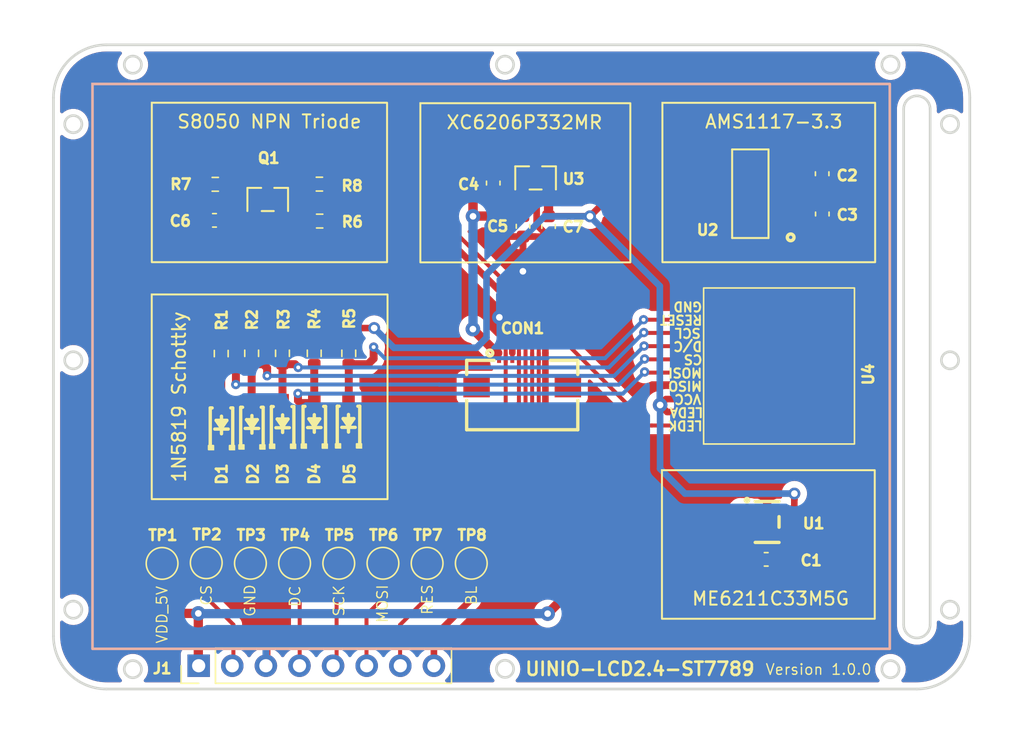
<source format=kicad_pcb>
(kicad_pcb (version 20211014) (generator pcbnew)
  (layers (0 "F.Cu" signal) (31 "B.Cu" signal) (34 "B.Paste" user) (35 "F.Paste" user) (36 "B.SilkS" user "B.Silkscreen") (37 "F.SilkS" user "F.Silkscreen") (38 "B.Mask" user) (39 "F.Mask" user) (44 "Edge.Cuts" user))
  (net 0 "")
  (net 1 "GND")
  (net 2 "/VDD_3.3V")
  (net 3 "/VDD_5V")
  (net 4 "Net-(CON1-Pad2)")
  (net 5 "Net-(CON1-Pad4)")
  (net 6 "Net-(CON1-Pad5)")
  (net 7 "Net-(CON1-Pad6)")
  (net 8 "Net-(CON1-Pad7)")
  (net 9 "/BL")
  (net 10 "/DC")
  (net 11 "/SCK")
  (net 12 "/MOSI")
  (net 13 "/CS")
  (net 14 "Net-(Q1-Pad2)")
  (net 15 "Net-(Q1-Pad3)")
  (net 16 "Net-(R8-Pad2)")
  (net 18 "/RES")
  (net 19 "/MISO")
  (footprint "TestPoint:TestPoint_Pad_D2.0mm" (layer "F.Cu") (at 148.944284 120.56)
    (fp_text reference "TP5" (at 0.06 -2.13) (layer "F.SilkS") (effects (font (size 0.8 0.8) (thickness 0.8))))
    (fp_text value "SCK")
    (pad "1" smd circle (at 0 0) (size 2 2) (layers "F.Cu" "F.Mask") (net 6 "Net-(CON1-Pad5)"))
  )
  (footprint "Uinio:SOT-23-3_L2.9-W1.6-P1.90-LS2.9-BL" (layer "F.Cu") (at 163.82 91.415)
    (fp_text reference "U3" (at 1.94 0.0805 180) (layer "F.SilkS") (effects (font (size 0.8 0.8) (thickness 0.8)) (justify left)))
    (fp_text value "XC6206P332MR")
    (pad "1" smd rect (at -0.95 1.135 270) (size 1.07 0.532) (layers "F.Cu" "F.Paste" "F.Mask") (net 1 "GND"))
    (pad "2" smd rect (at 0.95 1.135 270) (size 1.07 0.532) (layers "F.Cu" "F.Paste" "F.Mask") (net 2 "/VDD_3.3V"))
    (pad "3" smd rect (at 0 -1.135 270) (size 1.07 0.532) (layers "F.Cu" "F.Paste" "F.Mask") (net 3 "/VDD_5V"))
  )
  (footprint "Capacitor_SMD:C_0603_1608Metric" (layer "F.Cu") (at 181.25 120.264)
    (fp_text reference "C1" (at 3.4 0.086) (layer "F.SilkS") (effects (font (size 0.8 0.8) (thickness 0.8))))
    (fp_text value "1uF")
    (pad "1" smd roundrect (at -0.775 0) (size 0.9 0.95) (layers "F.Cu" "F.Paste" "F.Mask") (net 1 "GND"))
    (pad "2" smd roundrect (at 0.775 0) (size 0.9 0.95) (layers "F.Cu" "F.Paste" "F.Mask") (net 2 "/VDD_3.3V"))
  )
  (footprint "Resistor_SMD:R_0603_1608Metric" (layer "F.Cu") (at 142.36 104.68 90)
    (fp_text reference "R2" (at 2.54 0.03 90) (layer "F.SilkS") (effects (font (size 0.8 0.8) (thickness 0.8))))
    (fp_text value "4.7K")
    (pad "1" smd roundrect (at -0.825 0 90) (size 0.8 0.95) (layers "F.Cu" "F.Paste" "F.Mask") (net 10 "/DC"))
    (pad "2" smd roundrect (at 0.825 0 90) (size 0.8 0.95) (layers "F.Cu" "F.Paste" "F.Mask") (net 2 "/VDD_3.3V"))
  )
  (footprint "Uinio:SOT-23-5_L3.0-W1.7-P0.95-LS2.8-BR" (layer "F.Cu") (at 181.32 117.434 180)
    (fp_text reference "U1" (at -4.45 -0.116) (layer "F.SilkS") (effects (font (size 0.8 0.8) (thickness 0.8)) (justify right)))
    (fp_text value "ME6211C33M5G-N")
    (pad "1" smd rect locked (at 1.3 0.95 180) (size 1 0.6) (layers "F.Cu" "F.Paste" "F.Mask") (net 3 "/VDD_5V"))
    (pad "2" smd rect locked (at 1.3 0 180) (size 1 0.6) (layers "F.Cu" "F.Paste" "F.Mask") (net 1 "GND"))
    (pad "3" smd rect locked (at 1.3 -0.95 180) (size 1 0.6) (layers "F.Cu" "F.Paste" "F.Mask") (net 3 "/VDD_5V"))
    (pad "4" smd rect locked (at -1.3 -0.95 180) (size 1 0.6) (layers "F.Cu" "F.Paste" "F.Mask"))
    (pad "5" smd rect locked (at -1.3 0.95 180) (size 1 0.6) (layers "F.Cu" "F.Paste" "F.Mask") (net 2 "/VDD_3.3V"))
  )
  (footprint "Resistor_SMD:R_0603_1608Metric" (layer "F.Cu") (at 144.69 104.68 90)
    (fp_text reference "R3" (at 2.56 0.09 90) (layer "F.SilkS") (effects (font (size 0.8 0.8) (thickness 0.8))))
    (fp_text value "4.7K")
    (pad "1" smd roundrect (at -0.825 0 90) (size 0.8 0.95) (layers "F.Cu" "F.Paste" "F.Mask") (net 11 "/SCK"))
    (pad "2" smd roundrect (at 0.825 0 90) (size 0.8 0.95) (layers "F.Cu" "F.Paste" "F.Mask") (net 2 "/VDD_3.3V"))
  )
  (footprint "Capacitor_SMD:C_0603_1608Metric" (layer "F.Cu") (at 139.55 94.6245)
    (fp_text reference "C6" (at -2.58 0.05) (layer "F.SilkS") (effects (font (size 0.8 0.8) (thickness 0.8))))
    (fp_text value "0.1uF/10V")
    (pad "1" smd roundrect (at -0.775 0) (size 0.9 0.95) (layers "F.Cu" "F.Paste" "F.Mask") (net 2 "/VDD_3.3V"))
    (pad "2" smd roundrect (at 0.775 0) (size 0.9 0.95) (layers "F.Cu" "F.Paste" "F.Mask") (net 1 "GND"))
  )
  (footprint "TestPoint:TestPoint_Pad_D2.0mm" (layer "F.Cu") (at 155.621426 120.56)
    (fp_text reference "TP7" (at 0.06 -2.13) (layer "F.SilkS") (effects (font (size 0.8 0.8) (thickness 0.8))))
    (fp_text value "RES")
    (pad "1" smd circle (at 0 0) (size 2 2) (layers "F.Cu" "F.Mask") (net 8 "Net-(CON1-Pad7)"))
  )
  (footprint "Uinio:SOD-123_L2.7-W1.6-LS3.7-RD-1" (layer "F.Cu") (at 142.38 110.107 90)
    (fp_text reference "D2" (at -4.62 0.08 90) (layer "F.SilkS") (effects (font (size 0.8 0.8) (thickness 0.8)) (justify left)))
    (fp_text value "1N5819")
    (pad "1" smd rect locked (at -1.7 0 90) (size 1.2 0.95) (layers "F.Cu" "F.Paste" "F.Mask") (net 5 "Net-(CON1-Pad4)"))
    (pad "2" smd rect locked (at 1.7 0 90) (size 1.2 0.95) (layers "F.Cu" "F.Paste" "F.Mask") (net 10 "/DC"))
  )
  (footprint "TestPoint:TestPoint_Pad_D2.0mm" (layer "F.Cu") (at 145.605713 120.56)
    (fp_text reference "TP4" (at 0.06 -2.13) (layer "F.SilkS") (effects (font (size 0.8 0.8) (thickness 0.8))))
    (fp_text value "DC")
    (pad "1" smd circle (at 0 0) (size 2 2) (layers "F.Cu" "F.Mask") (net 5 "Net-(CON1-Pad4)"))
  )
  (footprint "Resistor_SMD:R_0603_1608Metric" (layer "F.Cu") (at 139.61 91.9)
    (fp_text reference "R7" (at -2.6 0) (layer "F.SilkS") (effects (font (size 0.8 0.8) (thickness 0.8))))
    (fp_text value "10K")
    (pad "1" smd roundrect (at -0.825 0) (size 0.8 0.95) (layers "F.Cu" "F.Paste" "F.Mask") (net 2 "/VDD_3.3V"))
    (pad "2" smd roundrect (at 0.825 0) (size 0.8 0.95) (layers "F.Cu" "F.Paste" "F.Mask") (net 14 "Net-(Q1-Pad2)"))
  )
  (footprint "Uinio:SOD-123_L2.7-W1.6-LS3.7-RD-1" (layer "F.Cu") (at 149.68 110.027 90)
    (fp_text reference "D5" (at -4.7 0.08 90) (layer "F.SilkS") (effects (font (size 0.8 0.8) (thickness 0.8)) (justify left)))
    (fp_text value "1N5819")
    (pad "1" smd rect locked (at -1.7 0 90) (size 1.2 0.95) (layers "F.Cu" "F.Paste" "F.Mask") (net 8 "Net-(CON1-Pad7)"))
    (pad "2" smd rect locked (at 1.7 0 90) (size 1.2 0.95) (layers "F.Cu" "F.Paste" "F.Mask") (net 18 "/RES"))
  )
  (footprint "Resistor_SMD:R_0603_1608Metric" (layer "F.Cu") (at 147.09 104.68 90)
    (fp_text reference "R4" (at 2.59 0.02 90) (layer "F.SilkS") (effects (font (size 0.8 0.8) (thickness 0.8))))
    (fp_text value "4.7K")
    (pad "1" smd roundrect (at -0.825 0 90) (size 0.8 0.95) (layers "F.Cu" "F.Paste" "F.Mask") (net 12 "/MOSI"))
    (pad "2" smd roundrect (at 0.825 0 90) (size 0.8 0.95) (layers "F.Cu" "F.Paste" "F.Mask") (net 2 "/VDD_3.3V"))
  )
  (footprint "Uinio:LCD-ST7789-10Pin" (layer "F.Cu") (at 182.52 105.64 90)
    (fp_text reference "U4" (at -0.63 6.45 90 unlocked) (layer "F.SilkS") (effects (font (size 0.8 0.8) (thickness 0.8))))
    (fp_text value "CON_10Pin")
    (fp_text user "MOSI" (at -0.5 -7.4 180 unlocked) (layer "F.SilkS") (effects (font (size 0.7 0.7))))
    (fp_text user "RESET" (at 3.5 -7.7 180 unlocked) (layer "F.SilkS") (effects (font (size 0.7 0.7))))
    (fp_text user "SCL" (at 2.5 -7.2 180 unlocked) (layer "F.SilkS") (effects (font (size 0.7 0.7))))
    (fp_text user "VCC" (at -2.5 -7.2 180 unlocked) (layer "F.SilkS") (effects (font (size 0.7 0.7))))
    (fp_text user "CS" (at 0.5 -6.8 180 unlocked) (layer "F.SilkS") (effects (font (size 0.7 0.7))))
    (fp_text user "D/C" (at 1.5 -7.2 180 unlocked) (layer "F.SilkS") (effects (font (size 0.7 0.7))))
    (fp_text user "LEDA" (at -3.5 -7.3 180 unlocked) (layer "F.SilkS") (effects (font (size 0.7 0.7))))
    (fp_text user "LEDK" (at -4.5 -7.4 180 unlocked) (layer "F.SilkS") (effects (font (size 0.7 0.7))))
    (fp_text user "GND" (at 4.5 -7.2 180 unlocked) (layer "F.SilkS") (effects (font (size 0.7 0.7))))
    (fp_text user "MISO" (at -1.5 -7.4 180 unlocked) (layer "F.SilkS") (effects (font (size 0.7 0.7))))
    (pad "1" smd roundrect (at 4.5 -0.3 270) (size 0.42 10) (layers "F.Cu" "F.Paste" "F.Mask") (net 1 "GND"))
    (pad "2" smd roundrect (at 3.5 -0.3 270) (size 0.42 10) (layers "F.Cu" "F.Paste" "F.Mask") (net 18 "/RES"))
    (pad "3" smd roundrect (at 2.5 -0.3 270) (size 0.42 10) (layers "F.Cu" "F.Paste" "F.Mask") (net 11 "/SCK"))
    (pad "4" smd roundrect (at 1.5 -0.3 270) (size 0.42 10) (layers "F.Cu" "F.Paste" "F.Mask") (net 10 "/DC"))
    (pad "5" smd roundrect (at 0.5 -0.3 270) (size 0.42 10) (layers "F.Cu" "F.Paste" "F.Mask") (net 13 "/CS"))
    (pad "6" smd roundrect (at -0.5 -0.3 270) (size 0.42 10) (layers "F.Cu" "F.Paste" "F.Mask") (net 12 "/MOSI"))
    (pad "7" smd roundrect (at -1.5 -0.3 270) (size 0.42 10) (layers "F.Cu" "F.Paste" "F.Mask") (net 19 "/MISO"))
    (pad "8" smd roundrect (at -2.5 -0.3 270) (size 0.42 10) (layers "F.Cu" "F.Paste" "F.Mask") (net 2 "/VDD_3.3V"))
    (pad "9" smd roundrect (at -3.5 -0.3 270) (size 0.42 10) (layers "F.Cu" "F.Paste" "F.Mask") (net 2 "/VDD_3.3V"))
    (pad "10" smd roundrect (at -4.5 -0.3 270) (size 0.42 10) (layers "F.Cu" "F.Paste" "F.Mask") (net 16 "Net-(R8-Pad2)"))
  )
  (footprint "TestPoint:TestPoint_Pad_D2.0mm" (layer "F.Cu") (at 158.96 120.56)
    (fp_text reference "TP8" (at 0.06 -2.13) (layer "F.SilkS") (effects (font (size 0.8 0.8) (thickness 0.8))))
    (fp_text value "BL")
    (pad "1" smd circle (at 0 0) (size 2 2) (layers "F.Cu" "F.Mask") (net 9 "/BL"))
  )
  (footprint "Connector_PinHeader_2.54mm:PinHeader_1x08_P2.54mm_Vertical" (layer "F.Cu") (at 138.355 128.31 90)
    (fp_text reference "J1" (at -0.21 -2.755 180) (layer "F.SilkS") (effects (font (size 0.8 0.8) (thickness 0.8))))
    (fp_text value "Conn_01x08_Male")
    (pad "1" thru_hole rect (at 0 0 90) (size 1.7 1.7) (drill 1) (layers *.Cu *.Mask) (net 3 "/VDD_5V"))
    (pad "2" thru_hole oval (at 0 2.54 90) (size 1.7 1.7) (drill 1) (layers *.Cu *.Mask) (net 4 "Net-(CON1-Pad2)"))
    (pad "3" thru_hole oval (at 0 5.08 90) (size 1.7 1.7) (drill 1) (layers *.Cu *.Mask) (net 1 "GND"))
    (pad "4" thru_hole oval (at 0 7.62 90) (size 1.7 1.7) (drill 1) (layers *.Cu *.Mask) (net 5 "Net-(CON1-Pad4)"))
    (pad "5" thru_hole oval (at 0 10.16 90) (size 1.7 1.7) (drill 1) (layers *.Cu *.Mask) (net 6 "Net-(CON1-Pad5)"))
    (pad "6" thru_hole oval (at 0 12.7 90) (size 1.7 1.7) (drill 1) (layers *.Cu *.Mask) (net 7 "Net-(CON1-Pad6)"))
    (pad "7" thru_hole oval (at 0 15.24 90) (size 1.7 1.7) (drill 1) (layers *.Cu *.Mask) (net 8 "Net-(CON1-Pad7)"))
    (pad "8" thru_hole oval (at 0 17.78 90) (size 1.7 1.7) (drill 1) (layers *.Cu *.Mask) (net 9 "/BL"))
  )
  (footprint "Uinio:SOT-23-3_L2.9-W1.6-P1.90-LS2.9-BL" (layer "F.Cu") (at 143.575 93.0455)
    (fp_text reference "Q1" (at -0.855 -3.13) (layer "F.SilkS") (effects (font (size 0.8 0.8) (thickness 0.8)) (justify left)))
    (fp_text value "S8050")
    (pad "1" smd rect (at -0.95 1.135 270) (size 1.07 0.532) (layers "F.Cu" "F.Paste" "F.Mask") (net 1 "GND"))
    (pad "2" smd rect (at 0.95 1.135 270) (size 1.07 0.532) (layers "F.Cu" "F.Paste" "F.Mask") (net 14 "Net-(Q1-Pad2)"))
    (pad "3" smd rect (at 0 -1.135 270) (size 1.07 0.532) (layers "F.Cu" "F.Paste" "F.Mask") (net 15 "Net-(Q1-Pad3)"))
  )
  (footprint "Capacitor_SMD:C_0603_1608Metric" (layer "F.Cu") (at 160.62 91.8055 90)
    (fp_text reference "C4" (at -0.1 -1.86 180) (layer "F.SilkS") (effects (font (size 0.8 0.8) (thickness 0.8))))
    (fp_text value "10uF/10V")
    (pad "1" smd roundrect (at -0.775 0 90) (size 0.9 0.95) (layers "F.Cu" "F.Paste" "F.Mask") (net 1 "GND"))
    (pad "2" smd roundrect (at 0.775 0 90) (size 0.9 0.95) (layers "F.Cu" "F.Paste" "F.Mask") (net 3 "/VDD_5V"))
  )
  (footprint "Uinio:SOD-123_L2.7-W1.6-LS3.7-RD-1" (layer "F.Cu") (at 140.08 110.157 90)
    (fp_text reference "D1" (at -4.57 0.02 90) (layer "F.SilkS") (effects (font (size 0.8 0.8) (thickness 0.8)) (justify left)))
    (fp_text value "1N5819")
    (pad "1" smd rect locked (at -1.7 0 90) (size 1.2 0.95) (layers "F.Cu" "F.Paste" "F.Mask") (net 4 "Net-(CON1-Pad2)"))
    (pad "2" smd rect locked (at 1.7 0 90) (size 1.2 0.95) (layers "F.Cu" "F.Paste" "F.Mask") (net 13 "/CS"))
  )
  (footprint "Capacitor_SMD:C_0603_1608Metric" (layer "F.Cu") (at 164.8 95.0905 90)
    (fp_text reference "C7" (at -0.025 1.86 180) (layer "F.SilkS") (effects (font (size 0.8 0.8) (thickness 0.8))))
    (fp_text value "10uF/10V")
    (pad "1" smd roundrect (at -0.775 0 90) (size 0.9 0.95) (layers "F.Cu" "F.Paste" "F.Mask") (net 1 "GND"))
    (pad "2" smd roundrect (at 0.775 0 90) (size 0.9 0.95) (layers "F.Cu" "F.Paste" "F.Mask") (net 2 "/VDD_3.3V"))
  )
  (footprint "TestPoint:TestPoint_Pad_D2.0mm" (layer "F.Cu") (at 138.928571 120.52)
    (fp_text reference "TP2" (at 0.06 -2.13) (layer "F.SilkS") (effects (font (size 0.8 0.8) (thickness 0.8))))
    (fp_text value "GND")
    (pad "1" smd circle (at 0 0) (size 2 2) (layers "F.Cu" "F.Mask") (net 4 "Net-(CON1-Pad2)"))
  )
  (footprint "TestPoint:TestPoint_Pad_D2.0mm" (layer "F.Cu") (at 142.267142 120.56)
    (fp_text reference "TP3" (at 0.06 -2.13) (layer "F.SilkS") (effects (font (size 0.8 0.8) (thickness 0.8))))
    (fp_text value "CS")
    (pad "1" smd circle (at 0 0) (size 2 2) (layers "F.Cu" "F.Mask") (net 1 "GND"))
  )
  (footprint "Capacitor_SMD:C_0603_1608Metric" (layer "F.Cu") (at 185.48 91.1 90)
    (fp_text reference "C2" (at -0.135 1.89) (layer "F.SilkS") (effects (font (size 0.8 0.8) (thickness 0.8))))
    (fp_text value "10uF")
    (pad "1" smd roundrect (at -0.775 0 90) (size 0.9 0.95) (layers "F.Cu" "F.Paste" "F.Mask") (net 3 "/VDD_5V"))
    (pad "2" smd roundrect (at 0.775 0 90) (size 0.9 0.95) (layers "F.Cu" "F.Paste" "F.Mask") (net 1 "GND"))
  )
  (footprint "Resistor_SMD:R_0603_1608Metric" (layer "F.Cu") (at 147.48 91.8855)
    (fp_text reference "R8" (at 2.47 0.13) (layer "F.SilkS") (effects (font (size 0.8 0.8) (thickness 0.8))))
    (fp_text value "10R")
    (pad "1" smd roundrect (at -0.825 0) (size 0.8 0.95) (layers "F.Cu" "F.Paste" "F.Mask") (net 15 "Net-(Q1-Pad3)"))
    (pad "2" smd roundrect (at 0.825 0) (size 0.8 0.95) (layers "F.Cu" "F.Paste" "F.Mask") (net 16 "Net-(R8-Pad2)"))
  )
  (footprint "TestPoint:TestPoint_Pad_D2.0mm" (layer "F.Cu") (at 152.282855 120.56)
    (fp_text reference "TP6" (at 0.06 -2.13) (layer "F.SilkS") (effects (font (size 0.8 0.8) (thickness 0.8))))
    (fp_text value "MOSI")
    (pad "1" smd circle (at 0 0) (size 2 2) (layers "F.Cu" "F.Mask") (net 7 "Net-(CON1-Pad6)"))
  )
  (footprint "Uinio:FPC-SMD_8P-P0.5_C9900011879" (layer "F.Cu") (at 162.81 105.9615)
    (fp_text reference "CON1" (at -1.724 -3.168) (layer "F.SilkS") (effects (font (size 0.8 0.8) (thickness 0.8)) (justify left)))
    (fp_text value "FFC_8Pin_0.5mm")
    (pad "1" smd rect (at -1.75 -1.3) (size 0.3 1.5) (layers "F.Cu" "F.Paste" "F.Mask") (net 3 "/VDD_5V"))
    (pad "2" smd rect (at -1.25 -1.3) (size 0.3 1.5) (layers "F.Cu" "F.Paste" "F.Mask") (net 4 "Net-(CON1-Pad2)"))
    (pad "3" smd rect (at -0.75 -1.3) (size 0.3 1.5) (layers "F.Cu" "F.Paste" "F.Mask") (net 1 "GND"))
    (pad "4" smd rect (at -0.25 -1.3) (size 0.3 1.5) (layers "F.Cu" "F.Paste" "F.Mask") (net 5 "Net-(CON1-Pad4)"))
    (pad "5" smd rect (at 0.25 -1.3) (size 0.3 1.5) (layers "F.Cu" "F.Paste" "F.Mask") (net 6 "Net-(CON1-Pad5)"))
    (pad "6" smd rect (at 0.75 -1.3) (size 0.3 1.5) (layers "F.Cu" "F.Paste" "F.Mask") (net 7 "Net-(CON1-Pad6)"))
    (pad "7" smd rect (at 1.25 -1.3) (size 0.3 1.5) (layers "F.Cu" "F.Paste" "F.Mask") (net 8 "Net-(CON1-Pad7)"))
    (pad "8" smd rect (at 1.75 -1.3) (size 0.3 1.5) (layers "F.Cu" "F.Paste" "F.Mask") (net 9 "/BL"))
    (pad "9" smd rect (at 3.45 1.3) (size 2 1.5) (layers "F.Cu" "F.Paste" "F.Mask"))
    (pad "10" smd rect (at -3.45 1.3) (size 2 1.5) (layers "F.Cu" "F.Paste" "F.Mask"))
  )
  (footprint "TestPoint:TestPoint_Pad_D2.0mm" (layer "F.Cu") (at 135.59 120.57)
    (fp_text reference "TP1" (at 0.06 -2.13) (layer "F.SilkS") (effects (font (size 0.8 0.8) (thickness 0.8))))
    (fp_text value "VDD_5V")
    (pad "1" smd circle (at 0 0) (size 2 2) (layers "F.Cu" "F.Mask") (net 3 "/VDD_5V"))
  )
  (footprint "Resistor_SMD:R_0603_1608Metric" (layer "F.Cu") (at 147.5 94.68 180)
    (fp_text reference "R6" (at -2.47 -0.06) (layer "F.SilkS") (effects (font (size 0.8 0.8) (thickness 0.8))))
    (fp_text value "1K")
    (pad "1" smd roundrect (at -0.825 0 180) (size 0.8 0.95) (layers "F.Cu" "F.Paste" "F.Mask") (net 9 "/BL"))
    (pad "2" smd roundrect (at 0.825 0 180) (size 0.8 0.95) (layers "F.Cu" "F.Paste" "F.Mask") (net 14 "Net-(Q1-Pad2)"))
  )
  (footprint "Uinio:SOD-123_L2.7-W1.6-LS3.7-RD-1" (layer "F.Cu") (at 147.095 110.042 90)
    (fp_text reference "D4" (at -4.685 0.005 90) (layer "F.SilkS") (effects (font (size 0.8 0.8) (thickness 0.8)) (justify left)))
    (fp_text value "1N5819")
    (pad "1" smd rect locked (at -1.7 0 90) (size 1.2 0.95) (layers "F.Cu" "F.Paste" "F.Mask") (net 7 "Net-(CON1-Pad6)"))
    (pad "2" smd rect locked (at 1.7 0 90) (size 1.2 0.95) (layers "F.Cu" "F.Paste" "F.Mask") (net 12 "/MOSI"))
  )
  (footprint "Capacitor_SMD:C_0603_1608Metric" (layer "F.Cu") (at 162.87 95.0755 90)
    (fp_text reference "C5" (at 0 -1.92 180) (layer "F.SilkS") (effects (font (size 0.8 0.8) (thickness 0.8))))
    (fp_text value "0.1uF/10V")
    (pad "1" smd roundrect (at -0.775 0 90) (size 0.9 0.95) (layers "F.Cu" "F.Paste" "F.Mask") (net 1 "GND"))
    (pad "2" smd roundrect (at 0.775 0 90) (size 0.9 0.95) (layers "F.Cu" "F.Paste" "F.Mask") (net 3 "/VDD_5V"))
  )
  (footprint "Resistor_SMD:R_0603_1608Metric" (layer "F.Cu") (at 140.06 104.7 90)
    (fp_text reference "R1" (at 2.54 0.04 90) (layer "F.SilkS") (effects (font (size 0.8 0.8) (thickness 0.8))))
    (fp_text value "4.7K")
    (pad "1" smd roundrect (at -0.825 0 90) (size 0.8 0.95) (layers "F.Cu" "F.Paste" "F.Mask") (net 13 "/CS"))
    (pad "2" smd roundrect (at 0.825 0 90) (size 0.8 0.95) (layers "F.Cu" "F.Paste" "F.Mask") (net 2 "/VDD_3.3V"))
  )
  (footprint "Resistor_SMD:R_0603_1608Metric" (layer "F.Cu") (at 149.7 104.68 90)
    (fp_text reference "R5" (at 2.62 0.04 90) (layer "F.SilkS") (effects (font (size 0.8 0.8) (thickness 0.8))))
    (fp_text value "4.7K")
    (pad "1" smd roundrect (at -0.825 0 90) (size 0.8 0.95) (layers "F.Cu" "F.Paste" "F.Mask") (net 18 "/RES"))
    (pad "2" smd roundrect (at 0.825 0 90) (size 0.8 0.95) (layers "F.Cu" "F.Paste" "F.Mask") (net 2 "/VDD_3.3V"))
  )
  (footprint "Uinio:SOT-223-3_L6.6-W3.5-P2.30-LS7.0-BL" (layer "F.Cu") (at 180.05 92.61 90)
    (fp_text reference "U2" (at -2.744 -4.156 180) (layer "F.SilkS") (effects (font (size 0.8 0.8) (thickness 0.8)) (justify left)))
    (fp_text value "AMS1117")
    (pad "1" smd rect locked (at -2.3 2.863 180) (size 2.366 0.98) (layers "F.Cu" "F.Paste" "F.Mask") (net 1 "GND"))
    (pad "2" smd rect locked (at 0 2.863 180) (size 2.366 0.98) (layers "F.Cu" "F.Paste" "F.Mask") (net 2 "/VDD_3.3V"))
    (pad "3" smd rect locked (at 2.3 2.863 180) (size 2.366 0.98) (layers "F.Cu" "F.Paste" "F.Mask") (net 3 "/VDD_5V"))
    (pad "4" smd rect locked (at 0 -2.863 180) (size 2.366 3.6) (layers "F.Cu" "F.Paste" "F.Mask") (net 2 "/VDD_3.3V"))
  )
  (footprint "Uinio:SOD-123_L2.7-W1.6-LS3.7-RD-1" (layer "F.Cu") (at 144.7 110.057 90)
    (fp_text reference "D3" (at -4.67 0.01 90) (layer "F.SilkS") (effects (font (size 0.8 0.8) (thickness 0.8)) (justify left)))
    (fp_text value "1N5819")
    (pad "1" smd rect locked (at -1.7 0 90) (size 1.2 0.95) (layers "F.Cu" "F.Paste" "F.Mask") (net 6 "Net-(CON1-Pad5)"))
    (pad "2" smd rect locked (at 1.7 0 90) (size 1.2 0.95) (layers "F.Cu" "F.Paste" "F.Mask") (net 11 "/SCK"))
  )
  (footprint "Capacitor_SMD:C_0603_1608Metric" (layer "F.Cu") (at 185.49 94.145 -90)
    (fp_text reference "C3" (at 0.07 -1.89 180) (layer "F.SilkS") (effects (font (size 0.8 0.8) (thickness 0.8))))
    (fp_text value "10uF")
    (pad "1" smd roundrect (at -0.775 0 270) (size 0.9 0.95) (layers "F.Cu" "F.Paste" "F.Mask") (net 2 "/VDD_3.3V"))
    (pad "2" smd roundrect (at 0.775 0 270) (size 0.9 0.95) (layers "F.Cu" "F.Paste" "F.Mask") (net 1 "GND"))
  )
  (gr_rect locked (start 130.33 127.03) (end 190.59 84.31) (layer "B.SilkS") (width 0.2) (fill none))
  (gr_rect (start 134.814 85.7295) (end 152.594 97.7875) (layer "F.SilkS") (width 0.15) (fill none))
  (gr_rect (start 134.81 100.23) (end 152.63 115.71) (layer "F.SilkS") (width 0.15) (fill none))
  (gr_rect (start 173.37 113.52) (end 189.454 124.758) (layer "F.SilkS") (width 0.15) (fill none))
  (gr_rect (start 155.11 85.7655) (end 170.98 97.8035) (layer "F.SilkS") (width 0.15) (fill none))
  (gr_rect (start 173.404 85.736) (end 189.484 97.79) (layer "F.SilkS") (width 0.15) (fill none))
  (gr_arc (start 191.64 86.21) (mid 192.64 85.21) (end 193.64 86.21) (layer "Edge.Cuts") (width 0.2))
  (gr_circle (center 195.14 124.07) (end 195.79 124.07) (layer "Edge.Cuts") (width 0.2) (fill none))
  (gr_circle (center 128.88 105.21) (end 129.53 105.21) (layer "Edge.Cuts") (width 0.2) (fill none))
  (gr_circle (center 128.88 87.35) (end 129.53 87.35) (layer "Edge.Cuts") (width 0.2) (fill none))
  (gr_circle (center 161.51001 128.5455) (end 162.16001 128.5455) (layer "Edge.Cuts") (width 0.2) (fill none))
  (gr_arc (start 196.64 126.07) (mid 195.468427 128.898427) (end 192.64 130.07) (layer "Edge.Cuts") (width 0.2))
  (gr_circle (center 133.38 82.85) (end 134.03 82.85) (layer "Edge.Cuts") (width 0.2) (fill none))
  (gr_circle (center 161.51 82.85) (end 162.16 82.85) (layer "Edge.Cuts") (width 0.2) (fill none))
  (gr_arc (start 192.64 81.35) (mid 195.468427 82.521573) (end 196.64 85.35) (layer "Edge.Cuts") (width 0.2))
  (gr_line (start 131.38 81.35) (end 192.64 81.35) (layer "Edge.Cuts") (width 0.2))
  (gr_arc (start 193.64 125.21) (mid 192.64 126.21) (end 191.64 125.21) (layer "Edge.Cuts") (width 0.2))
  (gr_line (start 192.64 130.07) (end 131.38 130.07) (layer "Edge.Cuts") (width 0.2))
  (gr_line (start 127.38 126.07) (end 127.38 85.35) (layer "Edge.Cuts") (width 0.2))
  (gr_circle (center 195.14 87.35) (end 195.79 87.35) (layer "Edge.Cuts") (width 0.2) (fill none))
  (gr_line (start 191.64 86.21) (end 191.64 125.21) (layer "Edge.Cuts") (width 0.2))
  (gr_arc (start 131.38 130.07) (mid 128.551573 128.898427) (end 127.38 126.07) (layer "Edge.Cuts") (width 0.2))
  (gr_line (start 193.64 125.21) (end 193.64 86.21) (layer "Edge.Cuts") (width 0.2))
  (gr_circle (center 195.14 105.21) (end 195.79 105.21) (layer "Edge.Cuts") (width 0.2) (fill none))
  (gr_circle (center 133.38 128.57) (end 134.03 128.57) (layer "Edge.Cuts") (width 0.2) (fill none))
  (gr_circle (center 128.88 124.07) (end 129.53 124.07) (layer "Edge.Cuts") (width 0.2) (fill none))
  (gr_arc (start 127.38 85.35) (mid 128.551573 82.521573) (end 131.38 81.35) (layer "Edge.Cuts") (width 0.2))
  (gr_circle (center 190.64 128.57) (end 191.29 128.57) (layer "Edge.Cuts") (width 0.2) (fill none))
  (gr_circle (center 190.64 82.85) (end 191.29 82.85) (layer "Edge.Cuts") (width 0.2) (fill none))
  (gr_line (start 196.64 85.35) (end 196.64 126.07) (layer "Edge.Cuts") (width 0.2))
  (gr_text "XC6206P332MR" (at 162.982 87.2155) (layer "F.SilkS") (effects (font (size 1 1))))
  (gr_text "VDD_5V\n" (at 135.59 124.45 90) (layer "F.SilkS") (effects (font (size 0.8 0.8) (thickness 0.1))))
  (gr_text "CS" (at 138.94 122.98 90) (layer "F.SilkS") (effects (font (size 0.8 0.8) (thickness 0.1))))
  (gr_text "SCK\n" (at 148.96 123.4 90) (layer "F.SilkS") (effects (font (size 0.8 0.8) (thickness 0.1))))
  (gr_text "1N5819 Schottky" (at 136.87 107.97 90) (layer "F.SilkS") (effects (font (size 1 1))))
  (gr_text "S8050 NPN Triode" (at 143.7 87.1555) (layer "F.SilkS") (effects (font (size 1 1))))
  (gr_text "UINIO-LCD2.4-ST7789" (at 171.71 128.55) (layer "F.SilkS") (effects (font (size 1 1) (thickness 0.2))))
  (gr_text "GND" (at 142.23 123.38 90) (layer "F.SilkS") (effects (font (size 0.8 0.8) (thickness 0.1))))
  (gr_text "BL\n" (at 158.97 123 90) (layer "F.SilkS") (effects (font (size 0.8 0.8) (thickness 0.1))))
  (gr_text "RES" (at 155.64 123.31 90) (layer "F.SilkS") (effects (font (size 0.8 0.8) (thickness 0.1))))
  (gr_text "ME6211C33M5G" (at 181.58 123.234) (layer "F.SilkS") (effects (font (size 1 1))))
  (gr_text "MOSI\n" (at 152.25 123.62 90) (layer "F.SilkS") (effects (font (size 0.8 0.8) (thickness 0.1))))
  (gr_text "AMS1117-3.3" (at 181.83 87.16) (layer "F.SilkS") (effects (font (size 1 1))))
  (gr_text "Version 1.0.0" (at 185.21 128.59) (layer "F.SilkS") (effects (font (size 0.8 0.8) (thickness 0.1))))
  (gr_text "DC" (at 145.64 123.06 90) (layer "F.SilkS") (effects (font (size 0.8 0.8) (thickness 0.1))))
  (segment (start 162.87 92.55) (end 160.6505 92.55) (width 0.5) (layer "F.Cu") (net 1))
  (segment (start 143.48 124.39) (end 143.48 128.265) (width 0.6) (layer "F.Cu") (net 1))
  (segment (start 142.2055 94.6) (end 140.3495 94.6) (width 0.8) (layer "F.Cu") (net 1))
  (segment (start 142.625 94.1805) (end 142.2055 94.6) (width 0.8) (layer "F.Cu") (net 1))
  (segment (start 140.3495 94.6) (end 140.325 94.6245) (width 0.8) (layer "F.Cu") (net 1))
  (segment (start 142.267142 123.177142) (end 143.48 124.39) (width 0.6) (layer "F.Cu") (net 1))
  (segment (start 142.267142 120.56) (end 142.267142 123.177142) (width 0.6) (layer "F.Cu") (net 1))
  (segment (start 163.9 94.9655) (end 164.8 95.8655) (width 0.5) (layer "F.Cu") (net 1))
  (segment (start 163.9 93.58) (end 163.9 94.9655) (width 0.5) (layer "F.Cu") (net 1))
  (segment (start 160.6505 92.55) (end 160.62 92.5805) (width 0.5) (layer "F.Cu") (net 1))
  (segment (start 162.06 102.94) (end 162.06 104.6615) (width 0.5) (layer "F.Cu") (net 1))
  (segment (start 143.48 128.265) (end 143.435 128.31) (width 0.6) (layer "F.Cu") (net 1))
  (segment (start 162.86 95.8605) (end 162.87 95.8505) (width 0.5) (layer "F.Cu") (net 1))
  (segment (start 162.87 92.55) (end 163.9 93.58) (width 0.5) (layer "F.Cu") (net 1))
  (segment (start 162.86 98.48) (end 162.86 95.8605) (width 0.5) (layer "F.Cu") (net 1))
  (segment (start 161.08 101.96) (end 162.06 102.94) (width 0.5) (layer "F.Cu") (net 1))
  (via (at 162.86 98.48) (size 1.1) (drill 0.5) (layers "F.Cu" "B.Cu") (net 1))
  (via (at 161.08 101.96) (size 1.1) (drill 0.5) (layers "F.Cu" "B.Cu") (net 1))
  (segment (start 162.86 98.48) (end 161.08 100.26) (width 0.5) (layer "B.Cu") (net 1))
  (segment (start 161.08 100.26) (end 161.08 101.96) (width 0.5) (layer "B.Cu") (net 1))
  (segment (start 150.22 102.77) (end 149.7 103.29) (width 0.5) (layer "F.Cu") (net 2))
  (segment (start 183.374 115.756) (end 183.374 116.484) (width 0.5) (layer "F.Cu") (net 2))
  (segment (start 183.374 116.484) (end 183.82 116.93) (width 0.5) (layer "F.Cu") (net 2))
  (segment (start 138.74 91.945) (end 138.785 91.9) (width 0.8) (layer "F.Cu") (net 2))
  (segment (start 182.913 92.61) (end 177.187 92.61) (width 0.7) (layer "F.Cu") (net 2))
  (segment (start 173.68 108.14) (end 182.22 108.14) (width 0.5) (layer "F.Cu") (net 2))
  (segment (start 184.37 93.76) (end 184.79 93.34) (width 0.7) (layer "F.Cu") (net 2))
  (segment (start 185.46 93.34) (end 185.49 93.37) (width 0.7) (layer "F.Cu") (net 2))
  (segment (start 169.64 92.61) (end 177.187 92.61) (width 0.5) (layer "F.Cu") (net 2))
  (segment (start 140.06 97.66) (end 138.74 96.34) (width 0.8) (layer "F.Cu") (net 2))
  (segment (start 182.94 93.76) (end 184.37 93.76) (width 0.7) (layer "F.Cu") (net 2))
  (segment (start 164.8 94.3155) (end 167.9255 94.3155) (width 0.5) (layer "F.Cu") (net 2))
  (segment (start 183.38 115.29) (end 183.38 115.75) (width 0.5) (layer "F.Cu") (net 2))
  (segment (start 182.913 93.733) (end 182.94 93.76) (width 0.7) (layer "F.Cu") (net 2))
  (segment (start 182.2 109.12) (end 182.22 109.14) (width 0.5) (layer "F.Cu") (net 2))
  (segment (start 164.8 94.3155) (end 164.8 92.58) (width 0.7) (layer "F.Cu") (net 2))
  (segment (start 182.62 116.484) (end 183.374 116.484) (width 0.5) (layer "F.Cu") (net 2))
  (segment (start 183.82 119.86) (end 183.416 120.264) (width 0.5) (layer "F.Cu") (net 2))
  (segment (start 182.913 92.61) (end 182.913 93.733) (width 0.7) (layer "F.Cu") (net 2))
  (segment (start 173.76 109.12) (end 182.2 109.12) (width 0.5) (layer "F.Cu") (net 2))
  (segment (start 173.23 108.59) (end 173.76 109.12) (width 0.5) (layer "F.Cu") (net 2))
  (segment (start 149.7 103.29) (end 149.7 103.855) (width 0.5) (layer "F.Cu") (net 2))
  (segment (start 173.23 108.59) (end 173.68 108.14) (width 0.5) (layer "F.Cu") (net 2))
  (segment (start 140.06 103.875) (end 149.68 103.875) (width 0.6) (layer "F.Cu") (net 2))
  (segment (start 164.8 92.58) (end 164.77 92.55) (width 0.7) (layer "F.Cu") (net 2))
  (segment (start 140.06 103.875) (end 140.06 97.66) (width 0.8) (layer "F.Cu") (net 2))
  (segment (start 149.68 103.875) (end 149.7 103.855) (width 0.6) (layer "F.Cu") (net 2))
  (segment (start 183.82 116.93) (end 183.82 119.86) (width 0.5) (layer "F.Cu") (net 2))
  (segment (start 167.93 94.32) (end 169.64 92.61) (width 0.5) (layer "F.Cu") (net 2))
  (segment (start 167.9255 94.3155) (end 167.93 94.32) (width 0.5) (layer "F.Cu") (net 2))
  (segment (start 138.74 96.34) (end 138.74 91.945) (width 0.8) (layer "F.Cu") (net 2))
  (segment (start 151.62 102.77) (end 150.22 102.77) (width 0.5) (layer "F.Cu") (net 2))
  (segment (start 184.79 93.34) (end 185.46 93.34) (width 0.7) (layer "F.Cu") (net 2))
  (segment (start 183.416 120.264) (end 182.025 120.264) (width 0.5) (layer "F.Cu") (net 2))
  (segment (start 183.38 115.75) (end 183.374 115.756) (width 0.5) (layer "F.Cu") (net 2))
  (via (at 167.93 94.32) (size 0.9) (drill 0.5) (layers "F.Cu" "B.Cu") (net 2))
  (via (at 173.23 108.59) (size 1.1) (drill 0.5) (layers "F.Cu" "B.Cu") (net 2))
  (via (at 151.62 102.77) (size 0.9) (drill 0.5) (layers "F.Cu" "B.Cu") (net 2))
  (via (at 183.38 115.29) (size 0.9) (drill 0.5) (layers "F.Cu" "B.Cu") (net 2))
  (segment (start 153.11 104.26) (end 151.62 102.77) (width 0.5) (layer "B.Cu") (net 2))
  (segment (start 160.11 98.71) (end 160.11 103.5) (width 0.5) (layer "B.Cu") (net 2))
  (segment (start 159.35 104.26) (end 153.11 104.26) (width 0.5) (layer "B.Cu") (net 2))
  (segment (start 173.21 108.57) (end 173.21 99.6) (width 0.5) (layer "B.Cu") (net 2))
  (segment (start 173.21 99.6) (end 167.93 94.32) (width 0.5) (layer "B.Cu") (net 2))
  (segment (start 164.5 94.32) (end 160.11 98.71) (width 0.5) (layer "B.Cu") (net 2))
  (segment (start 167.93 94.32) (end 164.5 94.32) (width 0.5) (layer "B.Cu") (net 2))
  (segment (start 160.11 103.5) (end 159.35 104.26) (width 0.5) (layer "B.Cu") (net 2))
  (segment (start 173.23 108.59) (end 173.21 108.57) (width 0.5) (layer "B.Cu") (net 2))
  (segment (start 173.23 113.41) (end 173.23 108.59) (width 0.5) (layer "B.Cu") (net 2))
  (segment (start 183.38 115.29) (end 175.11 115.29) (width 0.5) (layer "B.Cu") (net 2))
  (segment (start 175.11 115.29) (end 173.23 113.41) (width 0.5) (layer "B.Cu") (net 2))
  (segment (start 184.805 91.875) (end 185.48 91.875) (width 0.7) (layer "F.Cu") (net 3))
  (segment (start 159.09 94.32) (end 159.09 89.34) (width 0.7) (layer "F.Cu") (net 3))
  (segment (start 179.07 117.76) (end 179.07 116.71) (width 0.7) (layer "F.Cu") (net 3))
  (segment (start 138.328571 128.283571) (end 138.355 128.31) (width 0.7) (layer "F.Cu") (net 3))
  (segment (start 182.913 89.133) (end 182.913 90.31) (width 0.7) (layer "F.Cu") (net 3))
  (segment (start 179.07 117.76) (end 171.34 117.76) (width 0.7) (layer "F.Cu") (net 3))
  (segment (start 135.59 123.25) (end 136.691429 124.351429) (width 0.7) (layer "F.Cu") (net 3))
  (segment (start 183.24 90.31) (end 184.805 91.875) (width 0.7) (layer "F.Cu") (net 3))
  (segment (start 179.27 118.384) (end 179.07 118.184) (width 0.7) (layer "F.Cu") (net 3))
  (segment (start 162.87 94.3005) (end 159.1095 94.3005) (width 0.7) (layer "F.Cu") (net 3))
  (segment (start 138.328571 124.351429) (end 138.328571 128.283571) (width 0.7) (layer "F.Cu") (net 3))
  (segment (start 179.296 116.484) (end 180.02 116.484) (width 0.7) (layer "F.Cu") (net 3))
  (segment (start 161.3405 90.31) (end 163.79 90.31) (width 0.7) (layer "F.Cu") (net 3))
  (segment (start 160.8915 104.6615) (end 160.96 104.6615) (width 0.7) (layer "F.Cu") (net 3))
  (segment (start 159.1095 94.3005) (end 159.09 94.32) (width 0.7) (layer "F.Cu") (net 3))
  (segment (start 135.59 120.57) (end 135.59 123.25) (width 0.7) (layer "F.Cu") (net 3))
  (segment (start 135.59 89.32) (end 136.84 88.07) (width 0.7) (layer "F.Cu") (net 3))
  (segment (start 182.913 90.31) (end 183.24 90.31) (width 0.7) (layer "F.Cu") (net 3))
  (segment (start 159.09 91.7) (end 159.7595 91.0305) (width 0.7) (layer "F.Cu") (net 3))
  (segment (start 180.02 118.384) (end 179.27 118.384) (width 0.7) (layer "F.Cu") (net 3))
  (segment (start 159.7595 91.0305) (end 160.62 91.0305) (width 0.7) (layer "F.Cu") (net 3))
  (segment (start 157.82 88.07) (end 159.09 89.34) (width 0.7) (layer "F.Cu") (net 3))
  (segment (start 160.33 88.1) (end 181.88 88.1) (width 0.7) (layer "F.Cu") (net 3))
  (segment (start 179.07 116.71) (end 179.296 116.484) (width 0.7) (layer "F.Cu") (net 3))
  (segment (start 163.79 90.31) (end 163.82 90.28) (width 0.7) (layer "F.Cu") (net 3))
  (segment (start 159.09 94.32) (end 159.09 91.7) (width 0.7) (layer "F.Cu") (net 3))
  (segment (start 136.691429 124.351429) (end 138.328571 124.351429) (width 0.7) (layer "F.Cu") (net 3))
  (segment (start 160.62 91.0305) (end 161.3405 90.31) (width 0.7) (layer "F.Cu") (net 3))
  (segment (start 181.88 88.1) (end 182.913 89.133) (width 0.7) (layer "F.Cu") (net 3))
  (segment (start 179.07 118.184) (end 179.07 117.76) (width 0.7) (layer "F.Cu") (net 3))
  (segment (start 159.08 102.85) (end 160.8915 104.6615) (width 0.7) (layer "F.Cu") (net 3))
  (segment (start 135.59 120.57) (end 135.59 89.32) (width 0.7) (layer "F.Cu") (net 3))
  (segment (start 136.84 88.07) (end 157.82 88.07) (width 0.7) (layer "F.Cu") (net 3))
  (segment (start 171.34 117.76) (end 164.73 124.37) (width 0.7) (layer "F.Cu") (net 3))
  (segment (start 159.09 89.34) (end 160.33 88.1) (width 0.7) (layer "F.Cu") (net 3))
  (via (at 164.73 124.37) (size 1.1) (drill 0.5) (layers "F.Cu" "B.Cu") (net 3))
  (via (at 138.328571 124.351429) (size 1.1) (drill 0.5) (layers "F.Cu" "B.Cu") (net 3))
  (via (at 159.08 102.85) (size 1.1) (drill 0.5) (layers "F.Cu" "B.Cu") (net 3))
  (via (at 159.09 94.32) (size 1.1) (drill 0.5) (layers "F.Cu" "B.Cu") (net 3))
  (segment (start 138.347142 124.37) (end 138.328571 124.351429) (width 0.7) (layer "B.Cu") (net 3))
  (segment (start 159.08 102.85) (end 159.09 102.84) (width 0.7) (layer "B.Cu") (net 3))
  (segment (start 164.73 124.37) (end 138.347142 124.37) (width 0.7) (layer "B.Cu") (net 3))
  (segment (start 159.09 102.84) (end 159.09 94.32) (width 0.7) (layer "B.Cu") (net 3))
  (segment (start 143.152 109.21) (end 140.505 111.857) (width 0.3) (layer "F.Cu") (net 4))
  (segment (start 138.928571 120.52) (end 138.928571 123.148571) (width 0.3) (layer "F.Cu") (net 4))
  (segment (start 161.56 104.6615) (end 161.56 108.7) (width 0.3) (layer "F.Cu") (net 4))
  (segment (start 140.98 125.2) (end 140.98 128.225) (width 0.3) (layer "F.Cu") (net 4))
  (segment (start 140.08 111.857) (end 140.08 116.27) (width 0.3) (layer "F.Cu") (net 4))
  (segment (start 138.928571 117.421429) (end 138.928571 120.52) (width 0.3) (layer "F.Cu") (net 4))
  (segment (start 161.05 109.21) (end 143.152 109.21) (width 0.3) (layer "F.Cu") (net 4))
  (segment (start 140.08 116.27) (end 138.928571 117.421429) (width 0.3) (layer "F.Cu") (net 4))
  (segment (start 161.56 108.7) (end 161.05 109.21) (width 0.3) (layer "F.Cu") (net 4))
  (segment (start 138.928571 123.148571) (end 140.98 125.2) (width 0.3) (layer "F.Cu") (net 4))
  (segment (start 140.98 128.225) (end 140.895 128.31) (width 0.3) (layer "F.Cu") (net 4))
  (segment (start 140.505 111.857) (end 140.08 111.857) (width 0.3) (layer "F.Cu") (net 4))
  (segment (start 145.99 120.944287) (end 145.99 128.295) (width 0.3) (layer "F.Cu") (net 5))
  (segment (start 145.605713 119.445713) (end 145.605713 120.56) (width 0.3) (layer "F.Cu") (net 5))
  (segment (start 142.38 116.22) (end 145.605713 119.445713) (width 0.3) (layer "F.Cu") (net 5))
  (segment (start 145.99 128.295) (end 145.975 128.31) (width 0.3) (layer "F.Cu") (net 5))
  (segment (start 144.427 109.76) (end 142.38 111.807) (width 0.3) (layer "F.Cu") (net 5))
  (segment (start 162.56 104.6615) (end 162.56 108.414314) (width 0.3) (layer "F.Cu") (net 5))
  (segment (start 161.214314 109.76) (end 144.427 109.76) (width 0.3) (layer "F.Cu") (net 5))
  (segment (start 142.38 111.807) (end 142.38 116.22) (width 0.3) (layer "F.Cu") (net 5))
  (segment (start 145.605713 120.56) (end 145.99 120.944287) (width 0.3) (layer "F.Cu") (net 5))
  (segment (start 162.56 108.414314) (end 161.214314 109.76) (width 0.3) (layer "F.Cu") (net 5))
  (segment (start 144.7 115.4) (end 148.944284 119.644284) (width 0.3) (layer "F.Cu") (net 6))
  (segment (start 163.06 108.62) (end 161.35 110.33) (width 0.3) (layer "F.Cu") (net 6))
  (segment (start 163.06 104.6615) (end 163.06 108.62) (width 0.3) (layer "F.Cu") (net 6))
  (segment (start 144.7 111.757) (end 144.7 115.4) (width 0.3) (layer "F.Cu") (net 6))
  (segment (start 148.944284 120.56) (end 148.78 120.724284) (width 0.3) (layer "F.Cu") (net 6))
  (segment (start 161.35 110.33) (end 146.127 110.33) (width 0.3) (layer "F.Cu") (net 6))
  (segment (start 146.127 110.33) (end 144.7 111.757) (width 0.3) (layer "F.Cu") (net 6))
  (segment (start 148.944284 119.644284) (end 148.944284 120.56) (width 0.3) (layer "F.Cu") (net 6))
  (segment (start 148.78 128.045) (end 148.515 128.31) (width 0.3) (layer "F.Cu") (net 6))
  (segment (start 148.78 120.724284) (end 148.78 128.045) (width 0.3) (layer "F.Cu") (net 6))
  (segment (start 147.967 110.87) (end 147.095 111.742) (width 0.3) (layer "F.Cu") (net 7))
  (segment (start 152.282855 120.132855) (end 152.282855 120.56) (width 0.3) (layer "F.Cu") (net 7))
  (segment (start 147.06 111.777) (end 147.06 114.91) (width 0.3) (layer "F.Cu") (net 7))
  (segment (start 161.54 110.87) (end 147.967 110.87) (width 0.3) (layer "F.Cu") (net 7))
  (segment (start 152.282855 123.217145) (end 151.04 124.46) (width 0.3) (layer "F.Cu") (net 7))
  (segment (start 163.56 108.85) (end 161.54 110.87) (width 0.3) (layer "F.Cu") (net 7))
  (segment (start 152.282855 120.56) (end 152.282855 123.217145) (width 0.3) (layer "F.Cu") (net 7))
  (segment (start 151.04 128.295) (end 151.055 128.31) (width 0.3) (layer "F.Cu") (net 7))
  (segment (start 147.095 111.742) (end 147.06 111.777) (width 0.3) (layer "F.Cu") (net 7))
  (segment (start 151.04 124.46) (end 151.04 128.295) (width 0.3) (layer "F.Cu") (net 7))
  (segment (start 163.56 104.6615) (end 163.56 108.85) (width 0.3) (layer "F.Cu") (net 7))
  (segment (start 147.06 114.91) (end 152.282855 120.132855) (width 0.3) (layer "F.Cu") (net 7))
  (segment (start 149.997 111.41) (end 149.68 111.727) (width 0.3) (layer "F.Cu") (net 8))
  (segment (start 153.58 125.21) (end 153.58 128.295) (width 0.3) (layer "F.Cu") (net 8))
  (segment (start 153.58 128.295) (end 153.595 128.31) (width 0.3) (layer "F.Cu") (net 8))
  (segment (start 155.621426 123.168574) (end 153.58 125.21) (width 0.3) (layer "F.Cu") (net 8))
  (segment (start 149.68 111.727) (end 149.68 114.618574) (width 0.3) (layer "F.Cu") (net 8))
  (segment (start 149.68 114.618574) (end 155.621426 120.56) (width 0.3) (layer "F.Cu") (net 8))
  (segment (start 155.621426 120.56) (end 155.621426 123.168574) (width 0.3) (layer "F.Cu") (net 8))
  (segment (start 161.76 111.41) (end 149.997 111.41) (width 0.3) (layer "F.Cu") (net 8))
  (segment (start 164.06 104.6615) (end 164.06 109.11) (width 0.3) (layer "F.Cu") (net 8))
  (segment (start 164.06 109.11) (end 161.76 111.41) (width 0.3) (layer "F.Cu") (net 8))
  (segment (start 158.96 120.56) (end 158.96 123.29) (width 0.5) (layer "F.Cu") (net 9))
  (segment (start 154.91 93.78) (end 149.225 93.78) (width 0.5) (layer "F.Cu") (net 9))
  (segment (start 158.96 123.29) (end 156.135 126.115) (width 0.5) (layer "F.Cu") (net 9))
  (segment (start 159.01 120.61) (end 161.37 120.61) (width 0.5) (layer "F.Cu") (net 9))
  (segment (start 164.56 104.6615) (end 164.56 103.43) (width 0.5) (layer "F.Cu") (net 9))
  (segment (start 149.225 93.78) (end 148.325 94.68) (width 0.5) (layer "F.Cu") (net 9))
  (segment (start 164.56 117.42) (end 164.56 104.6615) (width 0.5) (layer "F.Cu") (net 9))
  (segment (start 156.135 126.115) (end 156.135 128.31) (width 0.5) (layer "F.Cu") (net 9))
  (segment (start 158.96 120.56) (end 159.01 120.61) (width 0.5) (layer "F.Cu") (net 9))
  (segment (start 164.56 103.43) (end 154.91 93.78) (width 0.5) (layer "F.Cu") (net 9))
  (segment (start 161.37 120.61) (end 164.56 117.42) (width 0.5) (layer "F.Cu") (net 9))
  (segment (start 172.03 104.14) (end 172.02 104.13) (width 0.3) (layer "F.Cu") (net 10))
  (segment (start 142.36 105.505) (end 142.36 108.387) (width 0.6) (layer "F.Cu") (net 10))
  (segment (start 143.53 105.8) (end 143.53 106.38) (width 0.6) (layer "F.Cu") (net 10))
  (segment (start 142.36 105.505) (end 143.235 105.505) (width 0.6) (layer "F.Cu") (net 10))
  (segment (start 143.235 105.505) (end 143.53 105.8) (width 0.6) (layer "F.Cu") (net 10))
  (segment (start 142.36 108.387) (end 142.38 108.407) (width 0.6) (layer "F.Cu") (net 10))
  (segment (start 182.22 104.14) (end 172.03 104.14) (width 0.3) (layer "F.Cu") (net 10))
  (via (at 172.02 104.13) (size 0.7) (drill 0.3) (layers "F.Cu" "B.Cu") (net 10))
  (via (at 143.53 106.38) (size 0.7) (drill 0.3) (layers "F.Cu" "B.Cu") (net 10))
  (segment (start 143.54 106.39) (end 169.76 106.39) (width 0.3) (layer "B.Cu") (net 10))
  (segment (start 169.76 106.39) (end 172.02 104.13) (width 0.3) (layer "B.Cu") (net 10))
  (segment (start 143.53 106.38) (end 143.54 106.39) (width 0.3) (layer "B.Cu") (net 10))
  (segment (start 145.635 105.505) (end 145.88 105.75) (width 0.6) (layer "F.Cu") (net 11))
  (segment (start 172.03 103.14) (end 172 103.11) (width 0.3) (layer "F.Cu") (net 11))
  (segment (start 144.69 105.505) (end 145.635 105.505) (width 0.6) (layer "F.Cu") (net 11))
  (segment (start 144.69 105.505) (end 144.69 108.347) (width 0.6) (layer "F.Cu") (net 11))
  (segment (start 144.69 108.347) (end 144.7 108.357) (width 0.6) (layer "F.Cu") (net 11))
  (segment (start 182.22 103.14) (end 172.03 103.14) (width 0.3) (layer "F.Cu") (net 11))
  (via (at 145.88 105.75) (size 0.7) (drill 0.3) (layers "F.Cu" "B.Cu") (net 11))
  (via (at 172 103.11) (size 0.7) (drill 0.3) (layers "F.Cu" "B.Cu") (net 11))
  (segment (start 169.36 105.75) (end 172 103.11) (width 0.3) (layer "B.Cu") (net 11))
  (segment (start 145.88 105.75) (end 169.36 105.75) (width 0.3) (layer "B.Cu") (net 11))
  (segment (start 172.11 106.14) (end 172.06 106.09) (width 0.3) (layer "F.Cu") (net 12))
  (segment (start 147.09 105.505) (end 147.09 108.337) (width 0.6) (layer "F.Cu") (net 12))
  (segment (start 145.86 108.26) (end 145.86 107.72) (width 0.6) (layer "F.Cu") (net 12))
  (segment (start 146.997 108.44) (end 146.04 108.44) (width 0.6) (layer "F.Cu") (net 12))
  (segment (start 147.09 108.337) (end 147.095 108.342) (width 0.6) (layer "F.Cu") (net 12))
  (segment (start 147.095 108.342) (end 146.997 108.44) (width 0.6) (layer "F.Cu") (net 12))
  (segment (start 182.22 106.14) (end 172.11 106.14) (width 0.3) (layer "F.Cu") (net 12))
  (segment (start 146.04 108.44) (end 145.86 108.26) (width 0.6) (layer "F.Cu") (net 12))
  (via (at 145.86 107.72) (size 0.7) (drill 0.3) (layers "F.Cu" "B.Cu") (net 12))
  (via (at 172.06 106.09) (size 0.7) (drill 0.3) (layers "F.Cu" "B.Cu") (net 12))
  (segment (start 145.86 107.72) (end 145.87 107.73) (width 0.3) (layer "B.Cu") (net 12))
  (segment (start 170.42 107.73) (end 172.06 106.09) (width 0.3) (layer "B.Cu") (net 12))
  (segment (start 145.87 107.73) (end 170.42 107.73) (width 0.3) (layer "B.Cu") (net 12))
  (segment (start 182.22 105.14) (end 172.09 105.14) (width 0.3) (layer "F.Cu") (net 13))
  (segment (start 140.06 108.437) (end 140.08 108.457) (width 0.6) (layer "F.Cu") (net 13))
  (segment (start 140.775 105.525) (end 141.17 105.92) (width 0.6) (layer "F.Cu") (net 13))
  (segment (start 140.06 105.525) (end 140.06 108.437) (width 0.6) (layer "F.Cu") (net 13))
  (segment (start 140.06 105.525) (end 140.775 105.525) (width 0.6) (layer "F.Cu") (net 13))
  (segment (start 172.09 105.14) (end 172.06 105.11) (width 0.3) (layer "F.Cu") (net 13))
  (segment (start 141.17 105.92) (end 141.17 107.03) (width 0.6) (layer "F.Cu") (net 13))
  (segment (start 141.17 107.03) (end 141.16 107.04) (width 0.6) (layer "F.Cu") (net 13))
  (via (at 141.16 107.04) (size 0.7) (drill 0.3) (layers "F.Cu" "B.Cu") (net 13))
  (via (at 172.06 105.11) (size 0.7) (drill 0.3) (layers "F.Cu" "B.Cu") (net 13))
  (segment (start 156.542844 107.05) (end 170.12 107.05) (width 0.3) (layer "B.Cu") (net 13))
  (segment (start 156.532843 107.04) (end 156.542844 107.05) (width 0.3) (layer "B.Cu") (net 13))
  (segment (start 141.16 107.04) (end 156.532843 107.04) (width 0.3) (layer "B.Cu") (net 13))
  (segment (start 170.12 107.05) (end 172.06 105.11) (width 0.3) (layer "B.Cu") (net 13))
  (segment (start 146.675 94.68) (end 146.185 94.19) (width 0.5) (layer "F.Cu") (net 14))
  (segment (start 140.435 91.9) (end 141.11 91.9) (width 0.6) (layer "F.Cu") (net 14))
  (segment (start 144.5345 94.19) (end 144.525 94.1805) (width 0.5) (layer "F.Cu") (net 14))
  (segment (start 146.185 94.19) (end 144.5345 94.19) (width 0.5) (layer "F.Cu") (net 14))
  (segment (start 143.59 93.2455) (end 144.525 94.1805) (width 0.6) (layer "F.Cu") (net 14))
  (segment (start 141.11 91.9) (end 142.4555 93.2455) (width 0.6) (layer "F.Cu") (net 14))
  (segment (start 142.4555 93.2455) (end 143.59 93.2455) (width 0.6) (layer "F.Cu") (net 14))
  (segment (start 146.655 91.8855) (end 143.6 91.8855) (width 0.6) (layer "F.Cu") (net 15))
  (segment (start 143.6 91.8855) (end 143.575 91.9105) (width 0.6) (layer "F.Cu") (net 15))
  (segment (start 149.4195 93) (end 148.305 91.8855) (width 0.3) (layer "F.Cu") (net 16))
  (segment (start 172.36 110.14) (end 155.22 93) (width 0.3) (layer "F.Cu") (net 16))
  (segment (start 172.61 110.14) (end 172.36 110.14) (width 0.3) (layer "F.Cu") (net 16))
  (segment (start 155.22 93) (end 149.4195 93) (width 0.3) (layer "F.Cu") (net 16))
  (segment (start 182.22 110.14) (end 172.61 110.14) (width 0.3) (layer "F.Cu") (net 16))
  (segment (start 151.58 105.08) (end 151.58 104.21) (width 0.6) (layer "F.Cu") (net 18))
  (segment (start 151.155 105.505) (end 151.58 105.08) (width 0.6) (layer "F.Cu") (net 18))
  (segment (start 149.7 105.505) (end 149.7 108.307) (width 0.6) (layer "F.Cu") (net 18))
  (segment (start 182.22 102.14) (end 171.98 102.14) (width 0.3) (layer "F.Cu") (net 18))
  (segment (start 149.7 105.505) (end 151.155 105.505) (width 0.6) (layer "F.Cu") (net 18))
  (segment (start 149.7 108.307) (end 149.68 108.327) (width 0.6) (layer "F.Cu") (net 18))
  (via (at 151.58 104.21) (size 0.7) (drill 0.3) (layers "F.Cu" "B.Cu") (net 18))
  (via (at 171.98 102.14) (size 0.7) (drill 0.3) (layers "F.Cu" "B.Cu") (net 18))
  (segment (start 169.07 105.05) (end 171.98 102.14) (width 0.3) (layer "B.Cu") (net 18))
  (segment (start 151.58 104.21) (end 152.42 105.05) (width 0.3) (layer "B.Cu") (net 18))
  (segment (start 152.42 105.05) (end 169.07 105.05) (width 0.3) (layer "B.Cu") (net 18))
  (zone (net 1) (net_name "GND") (layers F&B.Cu) (connect_pads (clearance 0.508)) (min_thickness 0.254) (fill yes (thermal_gap 0.508) (thermal_bridge_width 0.508))
    (polygon (pts (xy 200.75 133.75) (xy 123.34 133.75) (xy 123.34 77.96) (xy 200.75 77.96)))
  )
)
</source>
